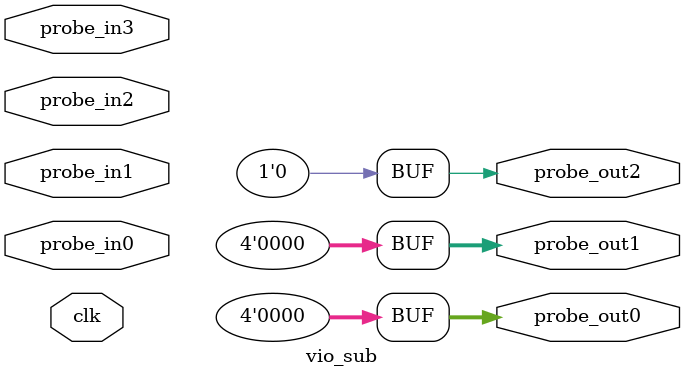
<source format=v>
`timescale 1ns / 1ps
module vio_sub (
clk,
probe_in0,probe_in1,probe_in2,probe_in3,
probe_out0,
probe_out1,
probe_out2
);

input clk;
input [3 : 0] probe_in0;
input [0 : 0] probe_in1;
input [0 : 0] probe_in2;
input [0 : 0] probe_in3;

output reg [3 : 0] probe_out0 = 'h0 ;
output reg [3 : 0] probe_out1 = 'h0 ;
output reg [0 : 0] probe_out2 = 'h0 ;


endmodule

</source>
